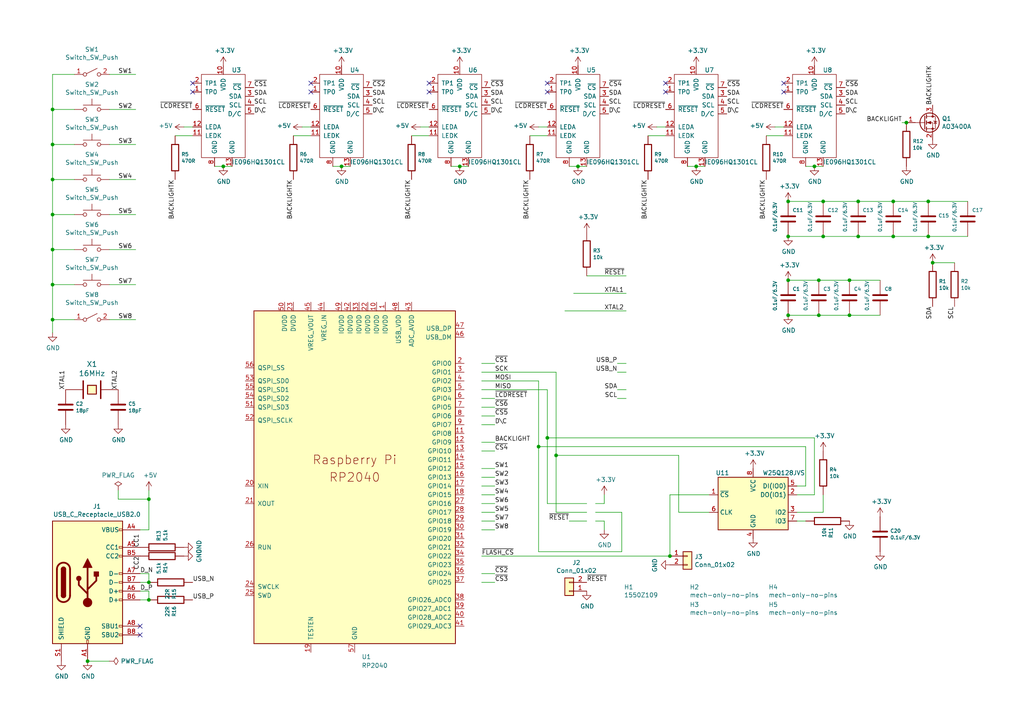
<source format=kicad_sch>
(kicad_sch (version 20211123) (generator eeschema)
  (paper "A4")
  (title_block (date "2021-06-05") (rev "Jun2021"))
  (lib_symbols
    (symbol "power:+3.3V" (power) (pin_names (offset 0))
      (property "Value" "+3.3V" (at 0 3.556 0))
      (symbol "+3.3V_1_1"
        (pin power_in line (at 0 0 90) (length 0) hide (name "+3.3V") (number "1"))
      )
    )
    (symbol "power:+5V" (power) (pin_names (offset 0))
      (property "Value" "+5V" (at 0 3.556 0))
      (symbol "+5V_1_1"
        (pin power_in line (at 0 0 90) (length 0) hide (name "+5V") (number "1"))
      )
    )
    (symbol "power:GND" (power) (pin_names (offset 0))
      (property "Value" "GND" (at 0 -3.81 0))
      (symbol "GND_1_1"
        (pin power_in line (at 0 0 270) (length 0) hide (name "GND") (number "1"))
      )
    )
    (symbol "power:PWR_FLAG" (power) (pin_numbers hide) (pin_names (offset 0) hide)
      (property "Value" "PWR_FLAG" (at 0 3.81 0))
      (symbol "PWR_FLAG_0_0"
        (pin power_out line (at 0 0 90) (length 0) (name "pwr") (number "1"))
      )
    )
    (symbol "tom-connectors:Conn_01x02" (pin_names (offset 1.016) hide)
      (property "Reference" "J" (at 0 2.54 0))
      (property "Value" "Conn_01x02" (at 0 -5.08 0))
      (symbol "Conn_01x02_1_1"
        (pin passive line (at -5.08 0 0) (length 3.81) (name "Pin_1") (number "1"))
        (pin passive line (at -5.08 -2.54 0) (length 3.81) (name "Pin_2") (number "2"))
      )
    )
    (symbol "tom-connectors:USB_C_Receptacle_USB2.0" (pin_names (offset 1.016))
      (property "Reference" "J" (at -10.16 19.05 0))
      (property "Value" "USB_C_Receptacle_USB2.0" (at 19.05 19.05 0))
      (symbol "USB_C_Receptacle_USB2.0_1_1"
        (pin passive line (at 0 -22.86 90) (length 5.08) (name "GND") (number "A1"))
        (pin passive line (at 0 -22.86 90) (length 5.08) hide (name "GND") (number "A12"))
        (pin passive line (at 15.24 15.24 180) (length 5.08) (name "VBUS") (number "A4"))
        (pin bidirectional line (at 15.24 10.16 180) (length 5.08) (name "CC1") (number "A5"))
        (pin bidirectional line (at 15.24 -2.54 180) (length 5.08) (name "D+") (number "A6"))
        (pin bidirectional line (at 15.24 2.54 180) (length 5.08) (name "D-") (number "A7"))
        (pin bidirectional line (at 15.24 -12.7 180) (length 5.08) (name "SBU1") (number "A8"))
        (pin passive line (at 15.24 15.24 180) (length 5.08) hide (name "VBUS") (number "A9"))
        (pin passive line (at 0 -22.86 90) (length 5.08) hide (name "GND") (number "B1"))
        (pin passive line (at 0 -22.86 90) (length 5.08) hide (name "GND") (number "B12"))
        (pin passive line (at 15.24 15.24 180) (length 5.08) hide (name "VBUS") (number "B4"))
        (pin bidirectional line (at 15.24 7.62 180) (length 5.08) (name "CC2") (number "B5"))
        (pin bidirectional line (at 15.24 -5.08 180) (length 5.08) (name "D+") (number "B6"))
        (pin bidirectional line (at 15.24 0 180) (length 5.08) (name "D-") (number "B7"))
        (pin bidirectional line (at 15.24 -15.24 180) (length 5.08) (name "SBU2") (number "B8"))
        (pin passive line (at 15.24 15.24 180) (length 5.08) hide (name "VBUS") (number "B9"))
        (pin passive line (at -7.62 -22.86 90) (length 5.08) (name "SHIELD") (number "S1"))
      )
    )
    (symbol "tom-mechanical:SW_SPST" (pin_names (offset 0) hide)
      (property "Reference" "SW" (at 0 3.175 0))
      (property "Value" "SW_SPST" (at 0 -2.54 0))
      (symbol "SW_SPST_1_1"
        (pin passive line (at -5.08 0 0) (length 2.54) (name "A") (number "1"))
        (pin passive line (at 5.08 0 180) (length 2.54) (name "B") (number "2"))
      )
    )
    (symbol "tom-mechanical:Switch_SW_Push" (pin_numbers hide) (pin_names (offset 1.016) hide)
      (property "Reference" "SW" (at 1.27 2.54 0))
      (property "Value" "Switch_SW_Push" (at 0 -1.524 0))
      (symbol "Switch_SW_Push_0_1"
        (pin passive line (at -5.08 0 0) (length 2.54) (name "1") (number "1"))
        (pin passive line (at 5.08 0 180) (length 2.54) (name "2") (number "2"))
      )
    )
    (symbol "tom-mechanical:mech-only-no-pins" (pin_numbers hide) (pin_names (offset 0) hide)
      (property "Reference" "H" (at 0 0 0))
      (property "Value" "mech-only-no-pins" (at 0 2.54 0))
    )
    (symbol "tom-modules:IE096HQ1301CL" (pin_names (offset 1.016))
      (property "Reference" "U" (at 3.81 13.97 0))
      (property "Value" "IE096HQ1301CL" (at 10.16 -12.7 0))
      (symbol "IE096HQ1301CL_1_1"
        (pin bidirectional line (at -8.89 7.62 0) (length 2.54) (name "TP0") (number "1"))
        (pin power_in line (at 0 15.24 270) (length 2.54) (name "VDD") (number "10"))
        (pin bidirectional line (at -8.89 -5.08 0) (length 2.54) (name "LEDK") (number "11"))
        (pin bidirectional line (at -8.89 -2.54 0) (length 2.54) (name "LEDA") (number "12"))
        (pin bidirectional line (at 2.54 -13.97 90) (length 2.54) (name "GND") (number "13"))
        (pin bidirectional line (at -8.89 10.16 0) (length 2.54) (name "TP1") (number "2"))
        (pin bidirectional line (at 8.89 6.35 180) (length 2.54) (name "SDA") (number "3"))
        (pin input line (at 8.89 3.81 180) (length 2.54) (name "SCL") (number "4"))
        (pin input line (at 8.89 1.27 180) (length 2.54) (name "D/C") (number "5"))
        (pin input line (at -8.89 2.54 0) (length 2.54) (name "~{RESET}") (number "6"))
        (pin input line (at 8.89 8.89 180) (length 2.54) (name "~{CS}") (number "7"))
        (pin bidirectional line (at -2.54 -13.97 90) (length 2.54) (name "GND") (number "8"))
      )
    )
    (symbol "tom-passives:C" (pin_numbers hide) (pin_names (offset 0.254))
      (property "Reference" "C?" (at 0 2.54 0))
      (property "Value" "C" (at 0.1524 -2.159 0))
      (property "LCSC" "DNP" (at 0.1524 -3.81 0))
      (symbol "C_1_1"
        (pin passive line (at 0 5.08 270) (length 4.318) (name "~") (number "1"))
        (pin passive line (at 0 -5.08 90) (length 4.318) (name "~") (number "2"))
      )
    )
    (symbol "tom-passives:CRYSTAL" (pin_numbers hide) (pin_names (offset 1.016) hide)
      (property "Reference" "X" (at 0 3.81 0))
      (property "Value" "CRYSTAL" (at 0 -3.81 0))
      (symbol "CRYSTAL_1_1"
        (pin passive line (at -7.62 0 0) (length 5.08) (name "1") (number "1"))
        (pin passive line (at 7.62 0 180) (length 5.08) (name "2") (number "2"))
      )
    )
    (symbol "tom-passives:R" (pin_numbers hide) (pin_names (offset 0))
      (property "Reference" "R?" (at 2.032 0 90))
      (property "Value" "R" (at 0.1778 0.0254 90))
      (property "LCSC" "DNP" (at 3.5052 0 90))
      (symbol "R_1_1"
        (pin passive line (at 0 6.35 270) (length 2.54) (name "~") (number "1"))
        (pin passive line (at 0 -6.35 90) (length 2.54) (name "~") (number "2"))
      )
    )
    (symbol "tom-semiconductors:AO3400A" (pin_names hide)
      (property "Reference" "Q" (at 5.08 1.905 0))
      (property "Value" "AO3400A" (at 5.08 0 0))
      (symbol "AO3400A_1_1"
        (pin input line (at -5.08 0 0) (length 2.54) (name "G") (number "1"))
        (pin passive line (at 2.54 -5.08 90) (length 2.54) (name "S") (number "2"))
        (pin passive line (at 2.54 5.08 270) (length 2.54) (name "D") (number "3"))
      )
    )
    (symbol "tom-semiconductors:AP2112K-3.3" (pin_names (offset 0.254))
      (property "Reference" "U" (at -5.08 5.715 0))
      (property "Value" "AP2112K-3.3" (at 0 5.715 0))
      (symbol "AP2112K-3.3_1_1"
        (pin power_in line (at -7.62 2.54 0) (length 2.54) (name "VIN") (number "1"))
        (pin passive line (at 0 -7.62 90) (length 2.54) (name "GND") (number "2"))
        (pin input line (at -7.62 0 0) (length 2.54) (name "EN") (number "3"))
        (pin no_connect line (at 7.62 0 180) (length 2.54) hide (name "NC") (number "4"))
        (pin power_out line (at 7.62 2.54 180) (length 2.54) (name "VOUT") (number "5"))
      )
    )
    (symbol "tom-semiconductors:RP2040" (pin_names (offset 1.016))
      (property "Reference" "U" (at -29.21 49.53 0))
      (property "Value" "RP2040" (at 24.13 -49.53 0))
      (symbol "RP2040_0_0"
        (text "Raspberry Pi" (at 0 5.08 0) (effects (font (size 2.54 2.54))))
        (text "RP2040" (at 0 0 0) (effects (font (size 2.54 2.54))))
      )
      (symbol "RP2040_1_1"
        (pin power_in line (at 8.89 50.8 270) (length 2.54) (name "IOVDD") (number "1"))
        (pin power_in line (at 6.35 50.8 270) (length 2.54) (name "IOVDD") (number "10"))
        (pin bidirectional line (at 31.75 12.7 180) (length 2.54) (name "GPIO8") (number "11"))
        (pin bidirectional line (at 31.75 10.16 180) (length 2.54) (name "GPIO9") (number "12"))
        (pin bidirectional line (at 31.75 7.62 180) (length 2.54) (name "GPIO10") (number "13"))
        (pin bidirectional line (at 31.75 5.08 180) (length 2.54) (name "GPIO11") (number "14"))
        (pin bidirectional line (at 31.75 2.54 180) (length 2.54) (name "GPIO12") (number "15"))
        (pin bidirectional line (at 31.75 0 180) (length 2.54) (name "GPIO13") (number "16"))
        (pin bidirectional line (at 31.75 -2.54 180) (length 2.54) (name "GPIO14") (number "17"))
        (pin bidirectional line (at 31.75 -5.08 180) (length 2.54) (name "GPIO15") (number "18"))
        (pin passive line (at -12.7 -50.8 90) (length 2.54) (name "TESTEN") (number "19"))
        (pin bidirectional line (at 31.75 33.02 180) (length 2.54) (name "GPIO0") (number "2"))
        (pin input line (at -31.75 -2.54 0) (length 2.54) (name "XIN") (number "20"))
        (pin passive line (at -31.75 -7.62 0) (length 2.54) (name "XOUT") (number "21"))
        (pin power_in line (at 3.81 50.8 270) (length 2.54) (name "IOVDD") (number "22"))
        (pin power_in line (at -17.78 50.8 270) (length 2.54) (name "DVDD") (number "23"))
        (pin output line (at -31.75 -31.75 0) (length 2.54) (name "SWCLK") (number "24"))
        (pin bidirectional line (at -31.75 -34.29 0) (length 2.54) (name "SWD") (number "25"))
        (pin input line (at -31.75 -20.32 0) (length 2.54) (name "RUN") (number "26"))
        (pin bidirectional line (at 31.75 -7.62 180) (length 2.54) (name "GPIO16") (number "27"))
        (pin bidirectional line (at 31.75 -10.16 180) (length 2.54) (name "GPIO17") (number "28"))
        (pin bidirectional line (at 31.75 -12.7 180) (length 2.54) (name "GPIO18") (number "29"))
        (pin bidirectional line (at 31.75 30.48 180) (length 2.54) (name "GPIO1") (number "3"))
        (pin bidirectional line (at 31.75 -15.24 180) (length 2.54) (name "GPIO19") (number "30"))
        (pin bidirectional line (at 31.75 -17.78 180) (length 2.54) (name "GPIO20") (number "31"))
        (pin bidirectional line (at 31.75 -20.32 180) (length 2.54) (name "GPIO21") (number "32"))
        (pin power_in line (at 1.27 50.8 270) (length 2.54) (name "IOVDD") (number "33"))
        (pin bidirectional line (at 31.75 -22.86 180) (length 2.54) (name "GPIO22") (number "34"))
        (pin bidirectional line (at 31.75 -25.4 180) (length 2.54) (name "GPIO23") (number "35"))
        (pin bidirectional line (at 31.75 -27.94 180) (length 2.54) (name "GPIO24") (number "36"))
        (pin bidirectional line (at 31.75 -30.48 180) (length 2.54) (name "GPIO25") (number "37"))
        (pin bidirectional line (at 31.75 -35.56 180) (length 2.54) (name "GPIO26_ADC0") (number "38"))
        (pin bidirectional line (at 31.75 -38.1 180) (length 2.54) (name "GPIO27_ADC1") (number "39"))
        (pin bidirectional line (at 31.75 27.94 180) (length 2.54) (name "GPIO2") (number "4"))
        (pin bidirectional line (at 31.75 -40.64 180) (length 2.54) (name "GPIO28_ADC2") (number "40"))
        (pin bidirectional line (at 31.75 -43.18 180) (length 2.54) (name "GPIO29_ADC3") (number "41"))
        (pin power_in line (at -1.27 50.8 270) (length 2.54) (name "IOVDD") (number "42"))
        (pin power_in line (at 16.51 50.8 270) (length 2.54) (name "ADC_AVDD") (number "43"))
        (pin power_in line (at -8.89 50.8 270) (length 2.54) (name "VREG_IN") (number "44"))
        (pin power_out line (at -12.7 50.8 270) (length 2.54) (name "VREG_VOUT") (number "45"))
        (pin bidirectional line (at 31.75 40.64 180) (length 2.54) (name "USB_DM") (number "46"))
        (pin bidirectional line (at 31.75 43.18 180) (length 2.54) (name "USB_DP") (number "47"))
        (pin power_in line (at 12.7 50.8 270) (length 2.54) (name "USB_VDD") (number "48"))
        (pin power_in line (at -3.81 50.8 270) (length 2.54) (name "IOVDD") (number "49"))
        (pin bidirectional line (at 31.75 25.4 180) (length 2.54) (name "GPIO3") (number "5"))
        (pin power_in line (at -20.32 50.8 270) (length 2.54) (name "DVDD") (number "50"))
        (pin bidirectional line (at -31.75 20.32 0) (length 2.54) (name "QSPI_SD3") (number "51"))
        (pin output line (at -31.75 16.51 0) (length 2.54) (name "QSPI_SCLK") (number "52"))
        (pin bidirectional line (at -31.75 27.94 0) (length 2.54) (name "QSPI_SD0") (number "53"))
        (pin bidirectional line (at -31.75 22.86 0) (length 2.54) (name "QSPI_SD2") (number "54"))
        (pin bidirectional line (at -31.75 25.4 0) (length 2.54) (name "QSPI_SD1") (number "55"))
        (pin bidirectional line (at -31.75 31.75 0) (length 2.54) (name "QSPI_SS") (number "56"))
        (pin power_in line (at 0 -50.8 90) (length 2.54) (name "GND") (number "57"))
        (pin bidirectional line (at 31.75 22.86 180) (length 2.54) (name "GPIO4") (number "6"))
        (pin bidirectional line (at 31.75 20.32 180) (length 2.54) (name "GPIO5") (number "7"))
        (pin bidirectional line (at 31.75 17.78 180) (length 2.54) (name "GPIO6") (number "8"))
        (pin bidirectional line (at 31.75 15.24 180) (length 2.54) (name "GPIO7") (number "9"))
      )
    )
    (symbol "tom-semiconductors:W25Q128JVS"
      (property "Reference" "U" (at -8.89 8.89 0))
      (property "Value" "W25Q128JVS" (at 7.62 8.89 0))
      (symbol "W25Q128JVS_1_1"
        (pin input line (at -12.7 2.54 0) (length 2.54) (name "~{CS}") (number "1"))
        (pin bidirectional line (at 12.7 2.54 180) (length 2.54) (name "DO(IO1)") (number "2"))
        (pin bidirectional line (at 12.7 -2.54 180) (length 2.54) (name "IO2") (number "3"))
        (pin power_in line (at 0 -10.16 90) (length 2.54) (name "GND") (number "4"))
        (pin bidirectional line (at 12.7 5.08 180) (length 2.54) (name "DI(IO0)") (number "5"))
        (pin input line (at -12.7 -2.54 0) (length 2.54) (name "CLK") (number "6"))
        (pin bidirectional line (at 12.7 -5.08 180) (length 2.54) (name "IO3") (number "7"))
        (pin power_in line (at 0 10.16 270) (length 2.54) (name "VCC") (number "8"))
      )
    )
  )
  (junction (at 248.92 58.42))
  (junction (at 228.6 81.28))
  (junction (at 246.38 81.28))
  (junction (at 269.24 58.42))
  (junction (at 158.75 127))
  (junction (at 201.93 48.26))
  (junction (at 133.35 48.26))
  (junction (at 43.18 173.99))
  (junction (at 237.49 91.44))
  (junction (at 156.21 129.54))
  (junction (at 259.08 58.42))
  (junction (at 269.24 68.58))
  (junction (at 212.09 -49.53))
  (junction (at 43.18 144.78))
  (junction (at 262.89 35.56))
  (junction (at 25.4 191.77))
  (junction (at 238.76 68.58))
  (junction (at 238.76 58.42))
  (junction (at 259.08 68.58))
  (junction (at 43.18 168.91))
  (junction (at 194.31 161.29))
  (junction (at 167.64 48.26))
  (junction (at 270.51 76.2))
  (junction (at 228.6 68.58))
  (junction (at 15.24 72.39))
  (junction (at 161.29 132.08))
  (junction (at 237.49 81.28))
  (junction (at 15.24 82.55))
  (junction (at 234.95 -49.53))
  (junction (at 209.55 -49.53))
  (junction (at 246.38 91.44))
  (junction (at 228.6 58.42))
  (junction (at 64.77 48.26))
  (junction (at 228.6 91.44))
  (junction (at 248.92 68.58))
  (junction (at 99.06 48.26))
  (junction (at 15.24 41.91))
  (junction (at 15.24 62.23))
  (junction (at 15.24 92.71))
  (junction (at 15.24 52.07))
  (junction (at 236.22 48.26))
  (junction (at 15.24 31.75))
  (no_connect (at 40.64 184.15))
  (no_connect (at 193.04 26.67))
  (no_connect (at 158.75 24.13))
  (no_connect (at 193.04 24.13))
  (no_connect (at 55.88 24.13))
  (no_connect (at 90.17 24.13))
  (no_connect (at 55.88 26.67))
  (no_connect (at 40.64 181.61))
  (no_connect (at 124.46 24.13))
  (no_connect (at 90.17 26.67))
  (no_connect (at 124.46 26.67))
  (no_connect (at 158.75 26.67))
  (no_connect (at 227.33 24.13))
  (no_connect (at 227.33 26.67))
  (wire (pts (xy 99.06 48.26) (xy 101.6 48.26)))
  (wire (pts (xy 139.7 128.27) (xy 143.51 128.27)))
  (wire (pts (xy 238.76 68.58) (xy 248.92 68.58)))
  (wire (pts (xy 62.23 48.26) (xy 64.77 48.26)))
  (wire (pts (xy 158.75 113.03) (xy 158.75 127)))
  (wire (pts (xy 139.7 120.65) (xy 143.51 120.65)))
  (wire (pts (xy 175.26 143.51) (xy 175.26 146.05)))
  (wire (pts (xy 158.75 146.05) (xy 170.18 146.05)))
  (wire (pts (xy 34.29 142.24) (xy 34.29 144.78)))
  (wire (pts (xy 270.51 76.2) (xy 276.86 76.2)))
  (wire (pts (xy 15.24 52.07) (xy 15.24 62.23)))
  (wire (pts (xy 234.95 -49.53) (xy 234.95 -44.45)))
  (wire (pts (xy 236.22 127) (xy 236.22 143.51)))
  (wire (pts (xy 139.7 107.95) (xy 161.29 107.95)))
  (wire (pts (xy 39.37 62.23) (xy 31.75 62.23)))
  (wire (pts (xy 255.27 91.44) (xy 246.38 91.44)))
  (wire (pts (xy 87.63 36.83) (xy 90.17 36.83)))
  (wire (pts (xy 15.24 41.91) (xy 21.59 41.91)))
  (wire (pts (xy 158.75 127) (xy 236.22 127)))
  (wire (pts (xy 269.24 58.42) (xy 280.67 58.42)))
  (wire (pts (xy 40.64 153.67) (xy 43.18 153.67)))
  (wire (pts (xy 231.14 140.97) (xy 233.68 140.97)))
  (wire (pts (xy 25.4 191.77) (xy 31.75 191.77)))
  (wire (pts (xy 165.1 48.26) (xy 167.64 48.26)))
  (wire (pts (xy 180.34 160.02) (xy 180.34 148.59)))
  (wire (pts (xy 237.49 81.28) (xy 246.38 81.28)))
  (wire (pts (xy 228.6 68.58) (xy 238.76 68.58)))
  (wire (pts (xy 15.24 62.23) (xy 15.24 72.39)))
  (wire (pts (xy 43.18 153.67) (xy 43.18 144.78)))
  (wire (pts (xy 196.85 132.08) (xy 196.85 148.59)))
  (wire (pts (xy 179.07 107.95) (xy 181.61 107.95)))
  (wire (pts (xy 170.18 80.01) (xy 181.61 80.01)))
  (wire (pts (xy 139.7 146.05) (xy 143.51 146.05)))
  (wire (pts (xy 143.51 143.51) (xy 139.7 143.51)))
  (wire (pts (xy 233.68 140.97) (xy 233.68 129.54)))
  (wire (pts (xy 196.85 148.59) (xy 205.74 148.59)))
  (wire (pts (xy 43.18 168.91) (xy 40.64 168.91)))
  (wire (pts (xy 205.74 143.51) (xy 194.31 143.51)))
  (wire (pts (xy 15.24 62.23) (xy 21.59 62.23)))
  (wire (pts (xy 237.49 91.44) (xy 246.38 91.44)))
  (wire (pts (xy 236.22 48.26) (xy 238.76 48.26)))
  (wire (pts (xy 21.59 31.75) (xy 15.24 31.75)))
  (wire (pts (xy 214.63 -46.99) (xy 212.09 -46.99)))
  (wire (pts (xy 21.59 52.07) (xy 15.24 52.07)))
  (wire (pts (xy 233.68 129.54) (xy 156.21 129.54)))
  (wire (pts (xy 96.52 48.26) (xy 99.06 48.26)))
  (wire (pts (xy 31.75 72.39) (xy 39.37 72.39)))
  (wire (pts (xy 172.72 148.59) (xy 180.34 148.59)))
  (wire (pts (xy 161.29 132.08) (xy 196.85 132.08)))
  (wire (pts (xy 190.5 36.83) (xy 193.04 36.83)))
  (wire (pts (xy 209.55 -49.53) (xy 209.55 -44.45)))
  (wire (pts (xy 228.6 81.28) (xy 237.49 81.28)))
  (wire (pts (xy 231.14 148.59) (xy 238.76 148.59)))
  (wire (pts (xy 139.7 140.97) (xy 143.51 140.97)))
  (wire (pts (xy 259.08 68.58) (xy 269.24 68.58)))
  (wire (pts (xy 34.29 144.78) (xy 43.18 144.78)))
  (wire (pts (xy 175.26 151.13) (xy 175.26 153.67)))
  (wire (pts (xy 156.21 160.02) (xy 180.34 160.02)))
  (wire (pts (xy 199.39 48.26) (xy 201.93 48.26)))
  (wire (pts (xy 194.31 161.29) (xy 139.7 161.29)))
  (wire (pts (xy 238.76 58.42) (xy 248.92 58.42)))
  (wire (pts (xy 15.24 82.55) (xy 21.59 82.55)))
  (wire (pts (xy 158.75 113.03) (xy 139.7 113.03)))
  (wire (pts (xy 179.07 115.57) (xy 181.61 115.57)))
  (wire (pts (xy 21.59 92.71) (xy 15.24 92.71)))
  (wire (pts (xy 21.59 21.59) (xy 15.24 21.59)))
  (wire (pts (xy 170.18 148.59) (xy 161.29 148.59)))
  (wire (pts (xy 201.93 48.26) (xy 204.47 48.26)))
  (wire (pts (xy 161.29 107.95) (xy 161.29 132.08)))
  (wire (pts (xy 181.61 105.41) (xy 179.07 105.41)))
  (wire (pts (xy 139.7 135.89) (xy 143.51 135.89)))
  (wire (pts (xy 165.1 151.13) (xy 170.18 151.13)))
  (wire (pts (xy 233.68 48.26) (xy 236.22 48.26)))
  (wire (pts (xy 64.77 48.26) (xy 67.31 48.26)))
  (wire (pts (xy 167.64 48.26) (xy 170.18 48.26)))
  (wire (pts (xy 40.64 166.37) (xy 43.18 166.37)))
  (wire (pts (xy 237.49 91.44) (xy 228.6 91.44)))
  (wire (pts (xy 214.63 -49.53) (xy 212.09 -49.53)))
  (wire (pts (xy 130.81 48.26) (xy 133.35 48.26)))
  (wire (pts (xy 124.46 39.37) (xy 119.38 39.37)))
  (wire (pts (xy 139.7 151.13) (xy 143.51 151.13)))
  (wire (pts (xy 161.29 132.08) (xy 161.29 148.59)))
  (wire (pts (xy 21.59 72.39) (xy 15.24 72.39)))
  (wire (pts (xy 212.09 -46.99) (xy 212.09 -49.53)))
  (wire (pts (xy 158.75 39.37) (xy 153.67 39.37)))
  (wire (pts (xy 248.92 68.58) (xy 259.08 68.58)))
  (wire (pts (xy 227.33 39.37) (xy 222.25 39.37)))
  (wire (pts (xy 269.24 68.58) (xy 280.67 68.58)))
  (wire (pts (xy 179.07 113.03) (xy 181.61 113.03)))
  (wire (pts (xy 90.17 39.37) (xy 85.09 39.37)))
  (wire (pts (xy 229.87 -49.53) (xy 234.95 -49.53)))
  (wire (pts (xy 181.61 90.17) (xy 163.83 90.17)))
  (wire (pts (xy 158.75 127) (xy 158.75 146.05)))
  (wire (pts (xy 224.79 36.83) (xy 227.33 36.83)))
  (wire (pts (xy 43.18 166.37) (xy 43.18 168.91)))
  (wire (pts (xy 55.88 39.37) (xy 50.8 39.37)))
  (wire (pts (xy 139.7 123.19) (xy 143.51 123.19)))
  (wire (pts (xy 228.6 58.42) (xy 238.76 58.42)))
  (wire (pts (xy 31.75 31.75) (xy 39.37 31.75)))
  (wire (pts (xy 43.18 144.78) (xy 43.18 142.24)))
  (wire (pts (xy 175.26 146.05) (xy 172.72 146.05)))
  (wire (pts (xy 261.62 35.56) (xy 262.89 35.56)))
  (wire (pts (xy 238.76 148.59) (xy 238.76 143.51)))
  (wire (pts (xy 139.7 130.81) (xy 143.51 130.81)))
  (wire (pts (xy 139.7 105.41) (xy 143.51 105.41)))
  (wire (pts (xy 156.21 110.49) (xy 156.21 129.54)))
  (wire (pts (xy 212.09 -49.53) (xy 209.55 -49.53)))
  (wire (pts (xy 143.51 148.59) (xy 139.7 148.59)))
  (wire (pts (xy 39.37 41.91) (xy 31.75 41.91)))
  (wire (pts (xy 143.51 153.67) (xy 139.7 153.67)))
  (wire (pts (xy 172.72 151.13) (xy 175.26 151.13)))
  (wire (pts (xy 43.18 173.99) (xy 40.64 173.99)))
  (wire (pts (xy 246.38 81.28) (xy 255.27 81.28)))
  (wire (pts (xy 43.18 171.45) (xy 43.18 173.99)))
  (wire (pts (xy 39.37 82.55) (xy 31.75 82.55)))
  (wire (pts (xy 15.24 21.59) (xy 15.24 31.75)))
  (wire (pts (xy 15.24 72.39) (xy 15.24 82.55)))
  (wire (pts (xy 15.24 41.91) (xy 15.24 52.07)))
  (wire (pts (xy 194.31 143.51) (xy 194.31 161.29)))
  (wire (pts (xy 31.75 52.07) (xy 39.37 52.07)))
  (wire (pts (xy 139.7 115.57) (xy 143.51 115.57)))
  (wire (pts (xy 156.21 129.54) (xy 156.21 160.02)))
  (wire (pts (xy 15.24 31.75) (xy 15.24 41.91)))
  (wire (pts (xy 181.61 85.09) (xy 166.37 85.09)))
  (wire (pts (xy 193.04 39.37) (xy 187.96 39.37)))
  (wire (pts (xy 143.51 138.43) (xy 139.7 138.43)))
  (wire (pts (xy 236.22 143.51) (xy 231.14 143.51)))
  (wire (pts (xy 31.75 92.71) (xy 39.37 92.71)))
  (wire (pts (xy 139.7 168.91) (xy 143.51 168.91)))
  (wire (pts (xy 156.21 36.83) (xy 158.75 36.83)))
  (wire (pts (xy 139.7 118.11) (xy 143.51 118.11)))
  (wire (pts (xy 133.35 48.26) (xy 135.89 48.26)))
  (wire (pts (xy 231.14 151.13) (xy 233.68 151.13)))
  (wire (pts (xy 248.92 58.42) (xy 259.08 58.42)))
  (wire (pts (xy 121.92 36.83) (xy 124.46 36.83)))
  (wire (pts (xy 40.64 171.45) (xy 43.18 171.45)))
  (wire (pts (xy 139.7 110.49) (xy 156.21 110.49)))
  (wire (pts (xy 139.7 166.37) (xy 143.51 166.37)))
  (wire (pts (xy 15.24 82.55) (xy 15.24 92.71)))
  (wire (pts (xy 15.24 92.71) (xy 15.24 96.52)))
  (wire (pts (xy 259.08 58.42) (xy 269.24 58.42)))
  (wire (pts (xy 53.34 36.83) (xy 55.88 36.83)))
  (wire (pts (xy 31.75 21.59) (xy 39.37 21.59)))
  (text "Backlight, R  = (5 - 3.2) / 5mA = 360R  use 470R" (at 198.12 -64.77 0) (effects (font (size 1.27 1.27)) (justify left bottom)))
  (text "Todo\n- LEDs" (at 147.32 -15.24 0) (effects (font (size 5.0038 5.0038)) (justify left bottom)))
  (label "SW3" (at 143.51 140.97 0))
  (label "~{LCDRESET}" (at 227.33 31.75 180))
  (label "USB_P" (at 55.88 173.99 0))
  (label "~{LCDRESET}" (at 193.04 31.75 180))
  (label "XTAL2" (at 34.29 113.03 90))
  (label "SW7" (at 143.51 151.13 0))
  (label "~{LCDRESET}" (at 158.75 31.75 180))
  (label "BACKLIGHT" (at 143.51 128.27 0))
  (label "BACKLIGHTK" (at 187.96 52.07 270))
  (label "SDA" (at 73.66 27.94 0))
  (label "SCL" (at 176.53 30.48 0))
  (label "SW6" (at 34.29 72.39 0))
  (label "MOSI" (at 143.51 110.49 0))
  (label "~{CS2}" (at 107.95 25.4 0))
  (label "SDA" (at 107.95 27.94 0))
  (label "D\\C" (at 245.11 33.02 0))
  (label "USB_P" (at 179.07 105.41 180))
  (label "SW2" (at 143.51 138.43 0))
  (label "SCL" (at 142.24 30.48 0))
  (label "SW4" (at 143.51 143.51 0))
  (label "SCL" (at 245.11 30.48 0))
  (label "~{CS5}" (at 143.51 120.65 0))
  (label "SW6" (at 143.51 146.05 0))
  (label "~{CS1}" (at 143.51 105.41 0))
  (label "SW7" (at 34.29 82.55 0))
  (label "SW8" (at 143.51 153.67 0))
  (label "~{LCDRESET}" (at 90.17 31.75 180))
  (label "CC1" (at 40.64 158.75 90))
  (label "USB_N" (at 55.88 168.91 0))
  (label "~{CS5}" (at 210.82 25.4 0))
  (label "CC2" (at 40.64 161.29 270))
  (label "~{RESET}" (at 170.18 168.91 0))
  (label "~{CS3}" (at 142.24 25.4 0))
  (label "XTAL1" (at 19.05 113.03 90))
  (label "SCK" (at 143.51 107.95 0))
  (label "SW1" (at 143.51 135.89 0))
  (label "D\\C" (at 142.24 33.02 0))
  (label "BACKLIGHTK" (at 85.09 52.07 270))
  (label "BACKLIGHTK" (at 119.38 52.07 270))
  (label "USB_N" (at 179.07 107.95 180))
  (label "SDA" (at 142.24 27.94 0))
  (label "~{CS1}" (at 73.66 25.4 0))
  (label "SDA" (at 245.11 27.94 0))
  (label "~{CS4}" (at 176.53 25.4 0))
  (label "SDA" (at 179.07 113.03 180))
  (label "D\\C" (at 107.95 33.02 0))
  (label "D\\C" (at 176.53 33.02 0))
  (label "~{RESET}" (at 175.26 80.01 0))
  (label "~{CS3}" (at 143.51 168.91 0))
  (label "BACKLIGHTK" (at 270.51 30.48 90))
  (label "~{LCDRESET}" (at 55.88 31.75 180))
  (label "SDA" (at 210.82 27.94 0))
  (label "SW1" (at 34.29 21.59 0))
  (label "BACKLIGHTK" (at 153.67 52.07 270))
  (label "SCL" (at 107.95 30.48 0))
  (label "~{CS6}" (at 143.51 118.11 0))
  (label "D_N" (at 40.64 166.37 0))
  (label "MISO" (at 143.51 113.03 0))
  (label "BACKLIGHTK" (at 222.25 52.07 270))
  (label "D\\C" (at 210.82 33.02 0))
  (label "SCL" (at 276.86 88.9 270))
  (label "BACKLIGHTK" (at 50.8 52.07 270))
  (label "D\\C" (at 143.51 123.19 0))
  (label "SCL" (at 179.07 115.57 180))
  (label "~{RESET}" (at 165.1 151.13 180))
  (label "~{CS2}" (at 143.51 166.37 0))
  (label "~{LCDRESET}" (at 124.46 31.75 180))
  (label "SW8" (at 34.29 92.71 0))
  (label "D\\C" (at 73.66 33.02 0))
  (label "SDA" (at 270.51 88.9 270))
  (label "SW4" (at 34.29 52.07 0))
  (label "SCL" (at 73.66 30.48 0))
  (label "~{CS4}" (at 143.51 130.81 0))
  (label "SW5" (at 34.29 62.23 0))
  (label "SW5" (at 143.51 148.59 0))
  (label "~{CS6}" (at 245.11 25.4 0))
  (label "SCL" (at 210.82 30.48 0))
  (label "XTAL1" (at 175.26 85.09 0))
  (label "D_P" (at 40.64 171.45 0))
  (label "~{FLASH_CS}" (at 139.7 161.29 0))
  (label "SW3" (at 34.29 41.91 0))
  (label "~{LCDRESET}" (at 143.51 115.57 0))
  (label "SDA" (at 176.53 27.94 0))
  (label "BACKLIGHT" (at 261.62 35.56 180))
  (label "XTAL2" (at 175.26 90.17 0))
  (label "SW2" (at 34.29 31.75 0))
  (symbol (lib_id "tom-mechanical:SW_SPST") (at 26.67 21.59 0) (unit 1)
    (property "Reference" "SW1" (at 26.67 14.351 0))
    (property "Value" "Switch_SW_Push" (at 26.67 16.6624 0))
    (property "Footprint" "tom-mechanical:SW_SPST_SMD_SIDE_7.0x3.5" (effects hide))
  )
  (symbol (lib_id "tom-mechanical:Switch_SW_Push") (at 26.67 31.75 0) (unit 1)
    (property "Reference" "SW2" (at 26.67 24.511 0))
    (property "Value" "Switch_SW_Push" (at 26.67 26.8224 0))
    (property "Footprint" "tom-mechanical:MX-KailhClip-1.00u-no-top-ring" (effects hide))
  )
  (symbol (lib_id "tom-mechanical:Switch_SW_Push") (at 26.67 41.91 0) (unit 1)
    (property "Reference" "SW3" (at 26.67 34.671 0))
    (property "Value" "Switch_SW_Push" (at 26.67 36.9824 0))
    (property "Footprint" "tom-mechanical:MX-KailhClip-1.00u-no-top-ring" (effects hide))
  )
  (symbol (lib_id "tom-mechanical:Switch_SW_Push") (at 26.67 52.07 0) (unit 1)
    (property "Reference" "SW4" (at 26.67 44.831 0))
    (property "Value" "Switch_SW_Push" (at 26.67 47.1424 0))
    (property "Footprint" "tom-mechanical:MX-KailhClip-1.00u-no-top-ring" (effects hide))
  )
  (symbol (lib_id "tom-mechanical:Switch_SW_Push") (at 26.67 62.23 0) (unit 1)
    (property "Reference" "SW5" (at 26.67 54.991 0))
    (property "Value" "Switch_SW_Push" (at 26.67 57.3024 0))
    (property "Footprint" "tom-mechanical:MX-KailhClip-1.00u-no-top-ring" (effects hide))
  )
  (symbol (lib_id "tom-mechanical:Switch_SW_Push") (at 26.67 72.39 0) (unit 1)
    (property "Reference" "SW6" (at 26.67 65.151 0))
    (property "Value" "Switch_SW_Push" (at 26.67 67.4624 0))
    (property "Footprint" "tom-mechanical:MX-KailhClip-1.00u-no-top-ring" (effects hide))
  )
  (symbol (lib_id "tom-mechanical:Switch_SW_Push") (at 26.67 82.55 0) (unit 1)
    (property "Reference" "SW7" (at 26.67 75.311 0))
    (property "Value" "Switch_SW_Push" (at 26.67 77.6224 0))
    (property "Footprint" "tom-mechanical:MX-KailhClip-1.00u-no-top-ring" (effects hide))
  )
  (symbol (lib_id "tom-mechanical:SW_SPST") (at 26.67 92.71 0) (unit 1)
    (property "Reference" "SW8" (at 26.67 85.471 0))
    (property "Value" "Switch_SW_Push" (at 26.67 87.7824 0))
    (property "Footprint" "tom-mechanical:SW_SPST_SMD_SIDE_7.0x3.5" (effects hide))
  )
  (symbol (lib_id "power:GND") (at 15.24 96.52 0) (unit 1)
    (property "Reference" "#PWR0101" (effects hide))
    (property "Value" "GND" (at 15.367 100.9142 0))
  )
  (symbol (lib_id "tom-passives:CRYSTAL") (at 26.67 113.03 0) (unit 1)
    (property "Reference" "X1" (at 26.67 105.6132 0) (effects (font (size 1.524 1.524))))
    (property "Value" "16MHz" (at 26.67 108.3056 0) (effects (font (size 1.524 1.524))))
    (property "Footprint" "tom-passives:Crystal_SMD_5032-2Pin_5.0x3.2mm" (effects hide))
    (property "MPN" "CX5032GB16" (effects hide))
  )
  (symbol (lib_id "tom-passives:R") (at 170.18 73.66 0) (unit 1)
    (property "Reference" "R3" (at 171.9834 72.6948 0) (effects (font (size 1.016 1.016)) (justify left)))
    (property "Value" "10k" (at 171.9834 74.6252 0) (effects (font (size 1.016 1.016)) (justify left)))
    (property "Footprint" "tom-passives:R_0805_2012Metric" (effects hide))
  )
  (symbol (lib_id "power:+3.3V") (at 170.18 67.31 0) (unit 1)
    (property "Reference" "#PWR0103" (effects hide))
    (property "Value" "+3.3V" (at 170.561 62.9158 0))
  )
  (symbol (lib_id "tom-passives:C") (at 19.05 118.11 0) (unit 1)
    (property "Reference" "C2" (at 21.971 117.1448 0) (effects (font (size 1.016 1.016)) (justify left)))
    (property "Value" "18pF" (at 21.971 119.0752 0) (effects (font (size 1.016 1.016)) (justify left)))
    (property "Footprint" "tom-passives:C_0805_2012Metric" (effects hide))
  )
  (symbol (lib_id "tom-passives:C") (at 34.29 118.11 0) (unit 1)
    (property "Reference" "C5" (at 37.211 117.1448 0) (effects (font (size 1.016 1.016)) (justify left)))
    (property "Value" "18pF" (at 37.211 119.0752 0) (effects (font (size 1.016 1.016)) (justify left)))
    (property "Footprint" "tom-passives:C_0805_2012Metric" (effects hide))
  )
  (symbol (lib_id "power:GND") (at 19.05 123.19 0) (unit 1)
    (property "Reference" "#PWR0105" (effects hide))
    (property "Value" "GND" (at 19.177 127.5842 0))
  )
  (symbol (lib_id "power:GND") (at 34.29 123.19 0) (unit 1)
    (property "Reference" "#PWR0106" (effects hide))
    (property "Value" "GND" (at 34.417 127.5842 0))
  )
  (symbol (lib_id "tom-passives:R") (at 270.51 82.55 0) (unit 1)
    (property "Reference" "R1" (at 272.3134 81.5848 0) (effects (font (size 1.016 1.016)) (justify left)))
    (property "Value" "10k" (at 272.3134 83.5152 0) (effects (font (size 1.016 1.016)) (justify left)))
    (property "Footprint" "tom-passives:R_0805_2012Metric" (effects hide))
  )
  (symbol (lib_id "tom-passives:R") (at 276.86 82.55 0) (unit 1)
    (property "Reference" "R2" (at 278.6634 81.5848 0) (effects (font (size 1.016 1.016)) (justify left)))
    (property "Value" "10k" (at 278.6634 83.5152 0) (effects (font (size 1.016 1.016)) (justify left)))
    (property "Footprint" "tom-passives:R_0805_2012Metric" (effects hide))
  )
  (symbol (lib_id "power:+3.3V") (at 270.51 76.2 0) (unit 1)
    (property "Reference" "#PWR0107" (effects hide))
    (property "Value" "+3.3V" (at 270.891 71.8058 0))
  )
  (symbol (lib_id "power:GND") (at 175.26 153.67 0) (unit 1)
    (property "Reference" "#PWR0108" (effects hide))
    (property "Value" "GND" (at 175.387 158.0642 0))
  )
  (symbol (lib_id "power:+3.3V") (at 175.26 143.51 0) (unit 1)
    (property "Reference" "#PWR0109" (effects hide))
    (property "Value" "+3.3V" (at 175.641 139.1158 0))
  )
  (symbol (lib_id "tom-passives:C") (at 228.6 86.36 0) (unit 1)
    (property "Reference" "C1" (at 229.87 83.82 0) (effects (font (size 1.016 1.016)) (justify left)))
    (property "Value" "0.1uF/6.3V" (at 224.79 90.17 90) (effects (font (size 1.016 1.016)) (justify left)))
    (property "Footprint" "tom-passives:C_0805_2012Metric" (effects hide))
  )
  (symbol (lib_id "tom-passives:C") (at 237.49 86.36 0) (unit 1)
    (property "Reference" "C3" (at 238.76 83.82 0) (effects (font (size 1.016 1.016)) (justify left)))
    (property "Value" "0.1uF/6.3V" (at 233.68 90.17 90) (effects (font (size 1.016 1.016)) (justify left)))
    (property "Footprint" "tom-passives:C_0805_2012Metric" (effects hide))
  )
  (symbol (lib_id "tom-passives:C") (at 246.38 86.36 0) (unit 1)
    (property "Reference" "C4" (at 247.65 83.82 0) (effects (font (size 1.016 1.016)) (justify left)))
    (property "Value" "0.1uF/6.3V" (at 242.57 90.17 90) (effects (font (size 1.016 1.016)) (justify left)))
    (property "Footprint" "tom-passives:C_0805_2012Metric" (effects hide))
  )
  (symbol (lib_id "power:+3.3V") (at 228.6 81.28 0) (unit 1)
    (property "Reference" "#PWR0115" (effects hide))
    (property "Value" "+3.3V" (at 228.981 76.8858 0))
  )
  (symbol (lib_id "power:GND") (at 228.6 91.44 0) (unit 1)
    (property "Reference" "#PWR0116" (effects hide))
    (property "Value" "GND" (at 228.727 95.8342 0))
  )
  (symbol (lib_id "tom-semiconductors:W25Q128JVS") (at 218.44 146.05 0) (unit 1)
    (property "Reference" "U11" (at 209.55 137.16 0))
    (property "Value" "W25Q128JVS" (at 227.33 137.16 0))
    (property "Footprint" "tom-semiconductors:SOIC-8_5.23x5.23mm_P1.27mm" (effects hide))
    (property "Datasheet" "http://www.winbond.com/resource-files/w25q32jv%20revg%2003272018%20plus.pdf" (effects hide))
  )
  (symbol (lib_id "tom-modules:IE096HQ1301CL") (at 64.77 34.29 0) (unit 1)
    (property "Reference" "U3" (at 68.58 20.32 0))
    (property "Value" "IE096HQ1301CL" (at 74.93 46.99 0))
    (property "Footprint" "tom-mechanical:IE096HQ1301CL" (effects hide))
  )
  (symbol (lib_id "power:GND") (at 64.77 48.26 0) (unit 1)
    (property "Reference" "#PWR0120" (effects hide))
    (property "Value" "GND" (at 64.897 52.6542 0))
  )
  (symbol (lib_id "power:+3.3V") (at 64.77 19.05 0) (unit 1)
    (property "Reference" "#PWR0121" (effects hide))
    (property "Value" "+3.3V" (at 65.151 14.6558 0))
  )
  (symbol (lib_id "power:+5V") (at 53.34 36.83 90) (unit 1)
    (property "Reference" "#PWR0122" (effects hide))
    (property "Value" "+5V" (at 50.0888 36.449 90) (effects (justify left)))
  )
  (symbol (lib_id "tom-passives:R") (at 50.8 45.72 0) (unit 1)
    (property "Reference" "R5" (at 52.6034 44.7548 0) (effects (font (size 1.016 1.016)) (justify left)))
    (property "Value" "470R" (at 52.6034 46.6852 0) (effects (font (size 1.016 1.016)) (justify left)))
    (property "Footprint" "tom-passives:R_0805_2012Metric" (effects hide))
  )
  (symbol (lib_id "tom-modules:IE096HQ1301CL") (at 99.06 34.29 0) (unit 1)
    (property "Reference" "U4" (at 102.87 20.32 0))
    (property "Value" "IE096HQ1301CL" (at 109.22 46.99 0))
    (property "Footprint" "tom-mechanical:IE096HQ1301CL" (effects hide))
  )
  (symbol (lib_id "power:GND") (at 99.06 48.26 0) (unit 1)
    (property "Reference" "#PWR0123" (effects hide))
    (property "Value" "GND" (at 99.187 52.6542 0))
  )
  (symbol (lib_id "power:+3.3V") (at 99.06 19.05 0) (unit 1)
    (property "Reference" "#PWR0124" (effects hide))
    (property "Value" "+3.3V" (at 99.441 14.6558 0))
  )
  (symbol (lib_id "power:+5V") (at 87.63 36.83 90) (unit 1)
    (property "Reference" "#PWR0125" (effects hide))
    (property "Value" "+5V" (at 84.3788 36.449 90) (effects (justify left)))
  )
  (symbol (lib_id "tom-passives:R") (at 85.09 45.72 0) (unit 1)
    (property "Reference" "R6" (at 86.8934 44.7548 0) (effects (font (size 1.016 1.016)) (justify left)))
    (property "Value" "470R" (at 86.8934 46.6852 0) (effects (font (size 1.016 1.016)) (justify left)))
    (property "Footprint" "tom-passives:R_0805_2012Metric" (effects hide))
  )
  (symbol (lib_id "tom-modules:IE096HQ1301CL") (at 133.35 34.29 0) (unit 1)
    (property "Reference" "U6" (at 137.16 20.32 0))
    (property "Value" "IE096HQ1301CL" (at 143.51 46.99 0))
    (property "Footprint" "tom-mechanical:IE096HQ1301CL" (effects hide))
  )
  (symbol (lib_id "power:GND") (at 133.35 48.26 0) (unit 1)
    (property "Reference" "#PWR0126" (effects hide))
    (property "Value" "GND" (at 133.477 52.6542 0))
  )
  (symbol (lib_id "power:+3.3V") (at 133.35 19.05 0) (unit 1)
    (property "Reference" "#PWR0127" (effects hide))
    (property "Value" "+3.3V" (at 133.731 14.6558 0))
  )
  (symbol (lib_id "power:+5V") (at 121.92 36.83 90) (unit 1)
    (property "Reference" "#PWR0128" (effects hide))
    (property "Value" "+5V" (at 118.6688 36.449 90) (effects (justify left)))
  )
  (symbol (lib_id "tom-passives:R") (at 119.38 45.72 0) (unit 1)
    (property "Reference" "R8" (at 121.1834 44.7548 0) (effects (font (size 1.016 1.016)) (justify left)))
    (property "Value" "470R" (at 121.1834 46.6852 0) (effects (font (size 1.016 1.016)) (justify left)))
    (property "Footprint" "tom-passives:R_0805_2012Metric" (effects hide))
  )
  (symbol (lib_id "power:+3.3V") (at 218.44 135.89 0) (unit 1)
    (property "Reference" "#PWR0157" (effects hide))
    (property "Value" "+3.3V" (at 218.821 131.4958 0))
  )
  (symbol (lib_id "power:GND") (at 218.44 156.21 0) (unit 1)
    (property "Reference" "#PWR0158" (effects hide))
    (property "Value" "GND" (at 218.567 160.6042 0))
  )
  (symbol (lib_id "tom-passives:C") (at 255.27 154.94 0) (unit 1)
    (property "Reference" "C20" (at 258.191 153.9748 0) (effects (font (size 1.016 1.016)) (justify left)))
    (property "Value" "0.1uF/6.3V" (at 258.191 155.9052 0) (effects (font (size 1.016 1.016)) (justify left)))
    (property "Footprint" "tom-passives:C_0805_2012Metric" (effects hide))
  )
  (symbol (lib_id "power:+3.3V") (at 255.27 149.86 0) (unit 1)
    (property "Reference" "#PWR0159" (effects hide))
    (property "Value" "+3.3V" (at 255.651 145.4658 0))
  )
  (symbol (lib_id "power:GND") (at 255.27 160.02 0) (unit 1)
    (property "Reference" "#PWR0160" (effects hide))
    (property "Value" "GND" (at 255.397 164.4142 0))
  )
  (symbol (lib_id "tom-connectors:Conn_01x02") (at 199.39 161.29 0) (unit 1)
    (property "Reference" "J3" (at 201.422 161.4932 0) (effects (justify left)))
    (property "Value" "Conn_01x02" (at 201.422 163.8046 0) (effects (justify left)))
    (property "Footprint" "tom-connectors:PinHeader_1x02_P2.54mm_Vertical" (effects hide))
  )
  (symbol (lib_id "power:GND") (at 194.31 163.83 270) (unit 1)
    (property "Reference" "#PWR0161" (effects hide))
    (property "Value" "GND" (at 189.9158 163.957 0))
  )
  (symbol (lib_id "tom-connectors:Conn_01x02") (at 165.1 171.45 180) (unit 1)
    (property "Reference" "J2" (at 167.1828 163.195 0))
    (property "Value" "Conn_01x02" (at 167.1828 165.5064 0))
    (property "Footprint" "tom-connectors:PinHeader_1x02_P2.54mm_Vertical" (effects hide))
  )
  (symbol (lib_id "power:GND") (at 170.18 171.45 0) (unit 1)
    (property "Reference" "#PWR0162" (effects hide))
    (property "Value" "GND" (at 170.307 175.8442 0))
  )
  (symbol (lib_id "tom-modules:IE096HQ1301CL") (at 167.64 34.29 0) (unit 1)
    (property "Reference" "U5" (at 171.45 20.32 0))
    (property "Value" "IE096HQ1301CL" (at 177.8 46.99 0))
    (property "Footprint" "tom-mechanical:IE096HQ1301CL" (effects hide))
  )
  (symbol (lib_id "power:GND") (at 167.64 48.26 0) (unit 1)
    (property "Reference" "#PWR0129" (effects hide))
    (property "Value" "GND" (at 167.767 52.6542 0))
  )
  (symbol (lib_id "power:+3.3V") (at 167.64 19.05 0) (unit 1)
    (property "Reference" "#PWR0130" (effects hide))
    (property "Value" "+3.3V" (at 168.021 14.6558 0))
  )
  (symbol (lib_id "power:+5V") (at 156.21 36.83 90) (unit 1)
    (property "Reference" "#PWR0131" (effects hide))
    (property "Value" "+5V" (at 152.9588 36.449 90) (effects (justify left)))
  )
  (symbol (lib_id "tom-passives:R") (at 153.67 45.72 0) (unit 1)
    (property "Reference" "R7" (at 155.4734 44.7548 0) (effects (font (size 1.016 1.016)) (justify left)))
    (property "Value" "470R" (at 155.4734 46.6852 0) (effects (font (size 1.016 1.016)) (justify left)))
    (property "Footprint" "tom-passives:R_0805_2012Metric" (effects hide))
  )
  (symbol (lib_id "tom-modules:IE096HQ1301CL") (at 201.93 34.29 0) (unit 1)
    (property "Reference" "U7" (at 205.74 20.32 0))
    (property "Value" "IE096HQ1301CL" (at 212.09 46.99 0))
    (property "Footprint" "tom-mechanical:IE096HQ1301CL" (effects hide))
  )
  (symbol (lib_id "power:GND") (at 201.93 48.26 0) (unit 1)
    (property "Reference" "#PWR0132" (effects hide))
    (property "Value" "GND" (at 202.057 52.6542 0))
  )
  (symbol (lib_id "power:+3.3V") (at 201.93 19.05 0) (unit 1)
    (property "Reference" "#PWR0133" (effects hide))
    (property "Value" "+3.3V" (at 202.311 14.6558 0))
  )
  (symbol (lib_id "power:+5V") (at 190.5 36.83 90) (unit 1)
    (property "Reference" "#PWR0134" (effects hide))
    (property "Value" "+5V" (at 187.2488 36.449 90) (effects (justify left)))
  )
  (symbol (lib_id "tom-passives:R") (at 187.96 45.72 0) (unit 1)
    (property "Reference" "R9" (at 189.7634 44.7548 0) (effects (font (size 1.016 1.016)) (justify left)))
    (property "Value" "470R" (at 189.7634 46.6852 0) (effects (font (size 1.016 1.016)) (justify left)))
    (property "Footprint" "tom-passives:R_0805_2012Metric" (effects hide))
  )
  (symbol (lib_id "tom-modules:IE096HQ1301CL") (at 236.22 34.29 0) (unit 1)
    (property "Reference" "U8" (at 240.03 20.32 0))
    (property "Value" "IE096HQ1301CL" (at 246.38 46.99 0))
    (property "Footprint" "tom-mechanical:IE096HQ1301CL" (effects hide))
  )
  (symbol (lib_id "power:GND") (at 236.22 48.26 0) (unit 1)
    (property "Reference" "#PWR0135" (effects hide))
    (property "Value" "GND" (at 236.347 52.6542 0))
  )
  (symbol (lib_id "power:+3.3V") (at 236.22 19.05 0) (unit 1)
    (property "Reference" "#PWR0136" (effects hide))
    (property "Value" "+3.3V" (at 236.601 14.6558 0))
  )
  (symbol (lib_id "power:+5V") (at 224.79 36.83 90) (unit 1)
    (property "Reference" "#PWR0137" (effects hide))
    (property "Value" "+5V" (at 221.5388 36.449 90) (effects (justify left)))
  )
  (symbol (lib_id "tom-passives:R") (at 222.25 45.72 0) (unit 1)
    (property "Reference" "R10" (at 224.0534 44.7548 0) (effects (font (size 1.016 1.016)) (justify left)))
    (property "Value" "470R" (at 224.0534 46.6852 0) (effects (font (size 1.016 1.016)) (justify left)))
    (property "Footprint" "tom-passives:R_0805_2012Metric" (effects hide))
  )
  (symbol (lib_id "tom-mechanical:mech-only-no-pins") (at 199.39 171.45 0) (unit 1)
    (property "Reference" "H2" (at 200.025 170.2816 0) (effects (justify left)))
    (property "Value" "mech-only-no-pins" (at 200.025 172.593 0) (effects (justify left)))
    (property "Footprint" "tom-mechanical:STUD_SOLDER_SMTSO_M3" (effects hide))
  )
  (symbol (lib_id "tom-mechanical:mech-only-no-pins") (at 199.39 176.53 0) (unit 1)
    (property "Reference" "H3" (at 200.025 175.3616 0) (effects (justify left)))
    (property "Value" "mech-only-no-pins" (at 200.025 177.673 0) (effects (justify left)))
    (property "Footprint" "tom-mechanical:STUD_SOLDER_SMTSO_M3" (effects hide))
  )
  (symbol (lib_id "tom-mechanical:mech-only-no-pins") (at 222.25 171.45 0) (unit 1)
    (property "Reference" "H4" (at 222.885 170.2816 0) (effects (justify left)))
    (property "Value" "mech-only-no-pins" (at 222.885 172.593 0) (effects (justify left)))
    (property "Footprint" "tom-mechanical:STUD_SOLDER_SMTSO_M3" (effects hide))
  )
  (symbol (lib_id "tom-mechanical:mech-only-no-pins") (at 222.25 176.53 0) (unit 1)
    (property "Reference" "H5" (at 222.885 175.3616 0) (effects (justify left)))
    (property "Value" "mech-only-no-pins" (at 222.885 177.673 0) (effects (justify left)))
    (property "Footprint" "tom-mechanical:STUD_SOLDER_SMTSO_M3" (effects hide))
  )
  (symbol (lib_id "power:PWR_FLAG") (at 34.29 142.24 0) (unit 1)
    (property "Reference" "#FLG0101" (effects hide))
    (property "Value" "PWR_FLAG" (at 34.29 137.8458 0))
  )
  (symbol (lib_id "power:PWR_FLAG") (at 31.75 191.77 270) (unit 1)
    (property "Reference" "#FLG0102" (effects hide))
    (property "Value" "PWR_FLAG" (at 35.0012 191.77 90) (effects (justify left)))
  )
  (symbol (lib_id "tom-semiconductors:AO3400A") (at 267.97 35.56 0) (unit 1)
    (property "Reference" "Q1" (at 273.177 34.3916 0) (effects (justify left)))
    (property "Value" "AO3400A" (at 273.177 36.703 0) (effects (justify left)))
    (property "Footprint" "tom-semiconductors:SOT-23" (effects hide))
    (property "Datasheet" "http://www.aosmd.com/pdfs/datasheet/AO3400A.pdf" (effects hide))
  )
  (symbol (lib_id "power:GND") (at 270.51 40.64 0) (unit 1)
    (property "Reference" "#PWR0141" (effects hide))
    (property "Value" "GND" (at 270.637 45.0342 0))
  )
  (symbol (lib_id "tom-passives:R") (at 262.89 41.91 0) (unit 1)
    (property "Reference" "R12" (at 264.6934 40.9448 0) (effects (font (size 1.016 1.016)) (justify left)))
    (property "Value" "10k" (at 264.6934 42.8752 0) (effects (font (size 1.016 1.016)) (justify left)))
    (property "Footprint" "tom-passives:R_0805_2012Metric" (effects hide))
  )
  (symbol (lib_id "tom-passives:R") (at 238.76 137.16 0) (unit 1)
    (property "Reference" "R4" (at 240.5634 136.1948 0) (effects (font (size 1.016 1.016)) (justify left)))
    (property "Value" "10k" (at 240.5634 138.1252 0) (effects (font (size 1.016 1.016)) (justify left)))
    (property "Footprint" "tom-passives:R_0805_2012Metric" (effects hide))
  )
  (symbol (lib_id "power:GND") (at 262.89 48.26 0) (unit 1)
    (property "Reference" "#PWR0142" (effects hide))
    (property "Value" "GND" (at 263.017 52.6542 0))
  )
  (symbol (lib_id "power:+3.3V") (at 238.76 130.81 0) (unit 1)
    (property "Reference" "#PWR01" (effects hide))
    (property "Value" "+3.3V" (at 239.141 126.4158 0))
  )
  (symbol (lib_id "tom-passives:R") (at 240.03 151.13 270) (unit 1)
    (property "Reference" "R11" (at 240.9952 152.9334 0) (effects (font (size 1.016 1.016)) (justify left)))
    (property "Value" "10k" (at 239.0648 152.9334 0) (effects (font (size 1.016 1.016)) (justify left)))
    (property "Footprint" "tom-passives:R_0805_2012Metric" (effects hide))
  )
  (symbol (lib_id "power:GND") (at 246.38 151.13 0) (unit 1)
    (property "Reference" "#PWR02" (effects hide))
    (property "Value" "GND" (at 246.507 155.5242 0))
  )
  (symbol (lib_id "tom-mechanical:mech-only-no-pins") (at 180.34 171.45 0) (unit 1)
    (property "Reference" "H1" (at 180.975 170.2816 0) (effects (justify left)))
    (property "Value" "1550Z109" (at 180.975 172.593 0) (effects (justify left)))
    (property "Footprint" "keypad-base:1550Z109" (effects hide))
  )
  (symbol (lib_id "tom-connectors:USB_C_Receptacle_USB2.0") (at 25.4 168.91 0) (unit 1)
    (property "Reference" "J1" (at 28.1178 146.8882 0))
    (property "Value" "USB_C_Receptacle_USB2.0" (at 28.1178 149.1996 0))
    (property "Footprint" "tom-connectors:USB_C_Receptacle_GT-USB-7010" (effects hide))
    (property "Datasheet" "https://www.usb.org/sites/default/files/documents/usb_type-c.zip" (effects hide))
  )
  (symbol (lib_id "power:+5V") (at 43.18 142.24 0) (unit 1)
    (property "Reference" "#PWR0143" (effects hide))
    (property "Value" "+5V" (at 43.561 137.8458 0))
  )
  (symbol (lib_id "power:GND") (at 25.4 191.77 0) (unit 1)
    (property "Reference" "#PWR0144" (effects hide))
    (property "Value" "GND" (at 25.527 196.1642 0))
  )
  (symbol (lib_id "power:GND") (at 17.78 191.77 0) (unit 1)
    (property "Reference" "#PWR0145" (effects hide))
    (property "Value" "GND" (at 17.907 196.1642 0))
  )
  (symbol (lib_id "tom-passives:R") (at 49.53 168.91 270) (unit 1)
    (property "Reference" "R15" (at 50.4952 170.7134 0) (effects (font (size 1.016 1.016)) (justify left)))
    (property "Value" "22R" (at 48.5648 170.7134 0) (effects (font (size 1.016 1.016)) (justify left)))
    (property "Footprint" "tom-passives:R_0805_2012Metric" (effects hide))
  )
  (symbol (lib_id "tom-passives:R") (at 49.53 173.99 270) (unit 1)
    (property "Reference" "R16" (at 50.4952 175.7934 0) (effects (font (size 1.016 1.016)) (justify left)))
    (property "Value" "22R" (at 48.5648 175.7934 0) (effects (font (size 1.016 1.016)) (justify left)))
    (property "Footprint" "tom-passives:R_0805_2012Metric" (effects hide))
  )
  (symbol (lib_id "tom-passives:R") (at 46.99 158.75 90) (unit 1)
    (property "Reference" "R13" (at 46.0248 156.9466 0) (effects (font (size 1.016 1.016)) (justify left)))
    (property "Value" "5.1k" (at 47.9552 156.9466 0) (effects (font (size 1.016 1.016)) (justify left)))
    (property "Footprint" "tom-passives:R_0805_2012Metric" (effects hide))
  )
  (symbol (lib_id "tom-passives:R") (at 46.99 161.29 270) (unit 1)
    (property "Reference" "R14" (at 47.9552 163.0934 0) (effects (font (size 1.016 1.016)) (justify left)))
    (property "Value" "5.1k" (at 46.0248 163.0934 0) (effects (font (size 1.016 1.016)) (justify left)))
    (property "Footprint" "tom-passives:R_0805_2012Metric" (effects hide))
  )
  (symbol (lib_id "power:GND") (at 53.34 158.75 90) (unit 1)
    (property "Reference" "#PWR0146" (effects hide))
    (property "Value" "GND" (at 57.7342 158.623 0))
  )
  (symbol (lib_id "power:GND") (at 53.34 161.29 90) (unit 1)
    (property "Reference" "#PWR0147" (effects hide))
    (property "Value" "GND" (at 57.7342 161.163 0))
  )
  (symbol (lib_id "tom-passives:C") (at 255.27 86.36 0) (unit 1)
    (property "Reference" "C8" (at 256.54 83.82 0) (effects (font (size 1.016 1.016)) (justify left)))
    (property "Value" "0.1uF/6.3V" (at 251.46 90.17 90) (effects (font (size 1.016 1.016)) (justify left)))
    (property "Footprint" "tom-passives:C_0805_2012Metric" (effects hide))
  )
  (symbol (lib_id "tom-passives:C") (at 195.58 -45.72 0) (unit 1)
    (property "Reference" "C9" (at 198.501 -46.6852 0) (effects (font (size 1.016 1.016)) (justify left)))
    (property "Value" "10uF/10V" (at 198.501 -44.7548 0) (effects (font (size 1.016 1.016)) (justify left)))
    (property "Footprint" "tom-passives:C_0805_2012Metric" (effects hide))
  )
  (symbol (lib_id "power:+5V") (at 195.58 -50.8 0) (unit 1)
    (property "Reference" "#PWR0148" (effects hide))
    (property "Value" "+5V" (at 195.961 -55.1942 0))
  )
  (symbol (lib_id "power:GND") (at 195.58 -40.64 0) (unit 1)
    (property "Reference" "#PWR0149" (effects hide))
    (property "Value" "GND" (at 195.707 -36.2458 0))
  )
  (symbol (lib_id "tom-semiconductors:AP2112K-3.3") (at 222.25 -46.99 0) (unit 1)
    (property "Reference" "U10" (at 222.25 -55.6768 0))
    (property "Value" "AP2112K-3.3" (at 222.25 -53.3654 0))
    (property "Footprint" "tom-semiconductors:SOT-23-5" (effects hide))
    (property "Datasheet" "https://www.diodes.com/assets/Datasheets/AP2112.pdf" (effects hide))
  )
  (symbol (lib_id "power:GND") (at 222.25 -39.37 0) (unit 1)
    (property "Reference" "#PWR0150" (effects hide))
    (property "Value" "GND" (at 222.377 -34.9758 0))
  )
  (symbol (lib_id "tom-passives:C") (at 209.55 -39.37 0) (unit 1)
    (property "Reference" "C16" (at 212.471 -40.3352 0) (effects (font (size 1.016 1.016)) (justify left)))
    (property "Value" "1uF/6.3V" (at 212.471 -38.4048 0) (effects (font (size 1.016 1.016)) (justify left)))
    (property "Footprint" "tom-passives:C_0805_2012Metric" (effects hide))
  )
  (symbol (lib_id "tom-passives:C") (at 234.95 -39.37 0) (unit 1)
    (property "Reference" "C18" (at 237.871 -40.3352 0) (effects (font (size 1.016 1.016)) (justify left)))
    (property "Value" "1uF/6.3V" (at 237.871 -38.4048 0) (effects (font (size 1.016 1.016)) (justify left)))
    (property "Footprint" "tom-passives:C_0805_2012Metric" (effects hide))
  )
  (symbol (lib_id "power:GND") (at 209.55 -34.29 0) (unit 1)
    (property "Reference" "#PWR0151" (effects hide))
    (property "Value" "GND" (at 209.677 -29.8958 0))
  )
  (symbol (lib_id "power:GND") (at 234.95 -34.29 0) (unit 1)
    (property "Reference" "#PWR0152" (effects hide))
    (property "Value" "GND" (at 235.077 -29.8958 0))
  )
  (symbol (lib_id "power:+5V") (at 209.55 -49.53 0) (unit 1)
    (property "Reference" "#PWR0153" (effects hide))
    (property "Value" "+5V" (at 209.931 -53.9242 0))
  )
  (symbol (lib_id "power:+3.3V") (at 234.95 -49.53 0) (unit 1)
    (property "Reference" "#PWR0154" (effects hide))
    (property "Value" "+3.3V" (at 235.331 -53.9242 0))
  )
  (symbol (lib_id "tom-passives:C") (at 228.6 63.5 0) (unit 1)
    (property "Reference" "C11" (at 229.87 60.96 0) (effects (font (size 1.016 1.016)) (justify left)))
    (property "Value" "0.1uF/6.3V" (at 224.79 67.31 90) (effects (font (size 1.016 1.016)) (justify left)))
    (property "Footprint" "tom-passives:C_0805_2012Metric" (effects hide))
  )
  (symbol (lib_id "tom-passives:C") (at 238.76 63.5 0) (unit 1)
    (property "Reference" "C12" (at 240.03 60.96 0) (effects (font (size 1.016 1.016)) (justify left)))
    (property "Value" "0.1uF/6.3V" (at 234.95 67.31 90) (effects (font (size 1.016 1.016)) (justify left)))
    (property "Footprint" "tom-passives:C_0805_2012Metric" (effects hide))
  )
  (symbol (lib_id "power:+3.3V") (at 228.6 58.42 0) (unit 1)
    (property "Reference" "#PWR0155" (effects hide))
    (property "Value" "+3.3V" (at 228.981 54.0258 0))
  )
  (symbol (lib_id "power:GND") (at 228.6 68.58 0) (unit 1)
    (property "Reference" "#PWR0156" (effects hide))
    (property "Value" "GND" (at 228.727 72.9742 0))
  )
  (symbol (lib_id "tom-passives:C") (at 248.92 63.5 0) (unit 1)
    (property "Reference" "C13" (at 250.19 60.96 0) (effects (font (size 1.016 1.016)) (justify left)))
    (property "Value" "0.1uF/6.3V" (at 245.11 67.31 90) (effects (font (size 1.016 1.016)) (justify left)))
    (property "Footprint" "tom-passives:C_0805_2012Metric" (effects hide))
  )
  (symbol (lib_id "tom-passives:C") (at 259.08 63.5 0) (unit 1)
    (property "Reference" "C14" (at 260.35 60.96 0) (effects (font (size 1.016 1.016)) (justify left)))
    (property "Value" "0.1uF/6.3V" (at 255.27 67.31 90) (effects (font (size 1.016 1.016)) (justify left)))
    (property "Footprint" "tom-passives:C_0805_2012Metric" (effects hide))
  )
  (symbol (lib_id "tom-passives:C") (at 269.24 63.5 0) (unit 1)
    (property "Reference" "C15" (at 272.161 62.5348 0) (effects (font (size 1.016 1.016)) (justify left)))
    (property "Value" "0.1uF/6.3V" (at 265.43 67.31 90) (effects (font (size 1.016 1.016)) (justify left)))
    (property "Footprint" "tom-passives:C_0805_2012Metric" (effects hide))
  )
  (symbol (lib_id "tom-passives:C") (at 280.67 63.5 0) (unit 1)
    (property "Reference" "C17" (at 281.94 60.96 0) (effects (font (size 1.016 1.016)) (justify left)))
    (property "Value" "0.1uF/6.3V" (at 276.86 67.31 90) (effects (font (size 1.016 1.016)) (justify left)))
    (property "Footprint" "tom-passives:C_0805_2012Metric" (effects hide))
  )
  (symbol (lib_id "tom-semiconductors:RP2040") (at 102.87 138.43 0) (unit 1)
    (property "Reference" "U1" (at 104.8894 190.5 0) (effects (justify left)))
    (property "Value" "RP2040" (at 104.8894 193.04 0) (effects (justify left)))
    (property "Footprint" "tom-semiconductors:RP2040-QFN-56" (effects hide))
  )
)
</source>
